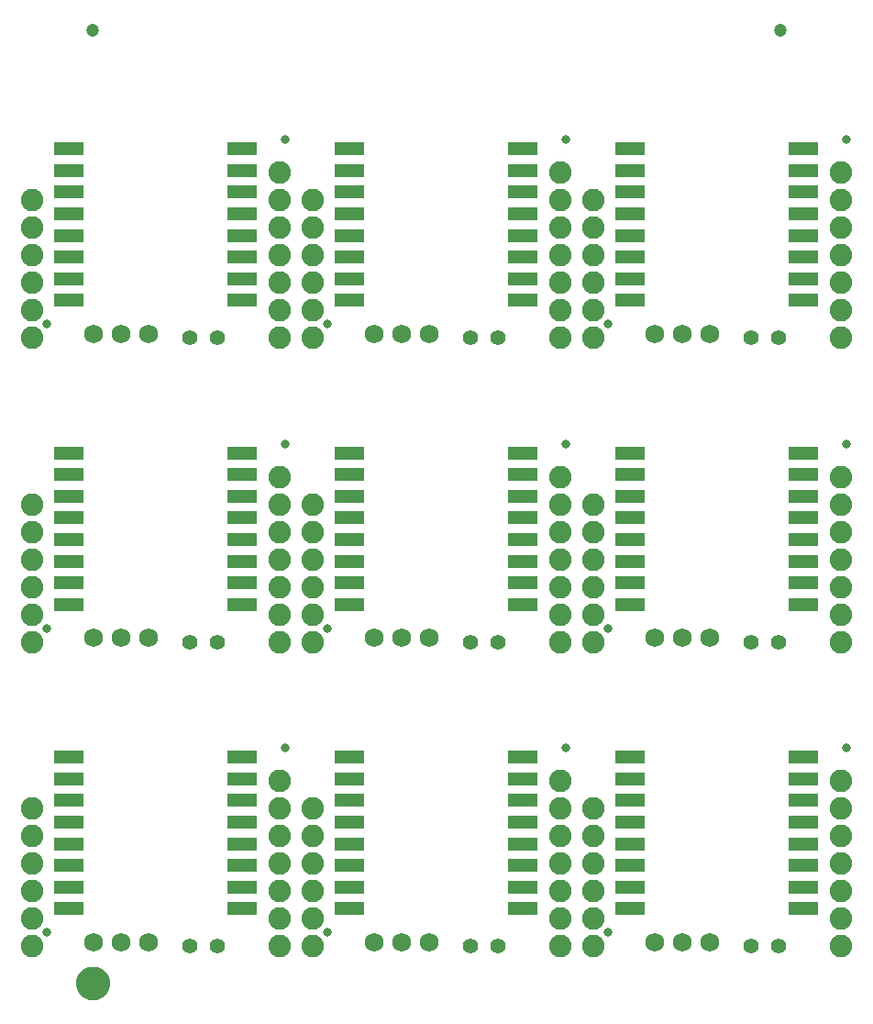
<source format=gbs>
G75*
%MOIN*%
%OFA0B0*%
%FSLAX25Y25*%
%IPPOS*%
%LPD*%
%AMOC8*
5,1,8,0,0,1.08239X$1,22.5*
%
%ADD10R,0.11036X0.05131*%
%ADD11C,0.08200*%
%ADD12C,0.05524*%
%ADD13C,0.06800*%
%ADD14C,0.03300*%
%ADD15C,0.04737*%
%ADD16C,0.05000*%
%ADD17C,0.06706*%
D10*
X0047254Y0047411D03*
X0047254Y0055285D03*
X0047254Y0063159D03*
X0047254Y0071033D03*
X0047254Y0078907D03*
X0047254Y0086781D03*
X0047254Y0094656D03*
X0047254Y0102530D03*
X0047254Y0157911D03*
X0047254Y0165785D03*
X0047254Y0173659D03*
X0047254Y0181533D03*
X0047254Y0189407D03*
X0047254Y0197281D03*
X0047254Y0205156D03*
X0047254Y0213030D03*
X0047254Y0268411D03*
X0047254Y0276285D03*
X0047254Y0284159D03*
X0047254Y0292033D03*
X0047254Y0299907D03*
X0047254Y0307781D03*
X0047254Y0315656D03*
X0047254Y0323530D03*
X0110246Y0323530D03*
X0110246Y0315656D03*
X0110246Y0307781D03*
X0110246Y0299907D03*
X0110246Y0292033D03*
X0110246Y0284159D03*
X0110246Y0276285D03*
X0110246Y0268411D03*
X0149254Y0268411D03*
X0149254Y0276285D03*
X0149254Y0284159D03*
X0149254Y0292033D03*
X0149254Y0299907D03*
X0149254Y0307781D03*
X0149254Y0315656D03*
X0149254Y0323530D03*
X0212246Y0323530D03*
X0212246Y0315656D03*
X0212246Y0307781D03*
X0212246Y0299907D03*
X0212246Y0292033D03*
X0212246Y0284159D03*
X0212246Y0276285D03*
X0212246Y0268411D03*
X0251254Y0268411D03*
X0251254Y0276285D03*
X0251254Y0284159D03*
X0251254Y0292033D03*
X0251254Y0299907D03*
X0251254Y0307781D03*
X0251254Y0315656D03*
X0251254Y0323530D03*
X0314246Y0323530D03*
X0314246Y0315656D03*
X0314246Y0307781D03*
X0314246Y0299907D03*
X0314246Y0292033D03*
X0314246Y0284159D03*
X0314246Y0276285D03*
X0314246Y0268411D03*
X0314246Y0213030D03*
X0314246Y0205156D03*
X0314246Y0197281D03*
X0314246Y0189407D03*
X0314246Y0181533D03*
X0314246Y0173659D03*
X0314246Y0165785D03*
X0314246Y0157911D03*
X0314246Y0102530D03*
X0314246Y0094656D03*
X0314246Y0086781D03*
X0314246Y0078907D03*
X0314246Y0071033D03*
X0314246Y0063159D03*
X0314246Y0055285D03*
X0314246Y0047411D03*
X0251254Y0047411D03*
X0251254Y0055285D03*
X0251254Y0063159D03*
X0251254Y0071033D03*
X0251254Y0078907D03*
X0251254Y0086781D03*
X0251254Y0094656D03*
X0251254Y0102530D03*
X0212246Y0102530D03*
X0212246Y0094656D03*
X0212246Y0086781D03*
X0212246Y0078907D03*
X0212246Y0071033D03*
X0212246Y0063159D03*
X0212246Y0055285D03*
X0212246Y0047411D03*
X0149254Y0047411D03*
X0149254Y0055285D03*
X0149254Y0063159D03*
X0149254Y0071033D03*
X0149254Y0078907D03*
X0149254Y0086781D03*
X0149254Y0094656D03*
X0149254Y0102530D03*
X0110246Y0102530D03*
X0110246Y0094656D03*
X0110246Y0086781D03*
X0110246Y0078907D03*
X0110246Y0071033D03*
X0110246Y0063159D03*
X0110246Y0055285D03*
X0110246Y0047411D03*
X0110246Y0157911D03*
X0110246Y0165785D03*
X0110246Y0173659D03*
X0110246Y0181533D03*
X0110246Y0189407D03*
X0110246Y0197281D03*
X0110246Y0205156D03*
X0110246Y0213030D03*
X0149254Y0213030D03*
X0149254Y0205156D03*
X0149254Y0197281D03*
X0149254Y0189407D03*
X0149254Y0181533D03*
X0149254Y0173659D03*
X0149254Y0165785D03*
X0149254Y0157911D03*
X0212246Y0157911D03*
X0212246Y0165785D03*
X0212246Y0173659D03*
X0212246Y0181533D03*
X0212246Y0189407D03*
X0212246Y0197281D03*
X0212246Y0205156D03*
X0212246Y0213030D03*
X0251254Y0213030D03*
X0251254Y0205156D03*
X0251254Y0197281D03*
X0251254Y0189407D03*
X0251254Y0181533D03*
X0251254Y0173659D03*
X0251254Y0165785D03*
X0251254Y0157911D03*
D11*
X0033750Y0033750D03*
X0033750Y0043750D03*
X0033750Y0053750D03*
X0033750Y0063750D03*
X0033750Y0073750D03*
X0033750Y0083750D03*
X0033750Y0144250D03*
X0033750Y0154250D03*
X0033750Y0164250D03*
X0033750Y0174250D03*
X0033750Y0184250D03*
X0033750Y0194250D03*
X0033750Y0254750D03*
X0033750Y0264750D03*
X0033750Y0274750D03*
X0033750Y0284750D03*
X0033750Y0294750D03*
X0033750Y0304750D03*
X0123750Y0304750D03*
X0123750Y0294750D03*
X0123750Y0284750D03*
X0123750Y0274750D03*
X0123750Y0264750D03*
X0123750Y0254750D03*
X0135750Y0254750D03*
X0135750Y0264750D03*
X0135750Y0274750D03*
X0135750Y0284750D03*
X0135750Y0294750D03*
X0135750Y0304750D03*
X0123750Y0314750D03*
X0225750Y0314750D03*
X0225750Y0304750D03*
X0225750Y0294750D03*
X0225750Y0284750D03*
X0225750Y0274750D03*
X0225750Y0264750D03*
X0225750Y0254750D03*
X0237750Y0254750D03*
X0237750Y0264750D03*
X0237750Y0274750D03*
X0237750Y0284750D03*
X0237750Y0294750D03*
X0237750Y0304750D03*
X0327750Y0304750D03*
X0327750Y0294750D03*
X0327750Y0284750D03*
X0327750Y0274750D03*
X0327750Y0264750D03*
X0327750Y0254750D03*
X0327750Y0204250D03*
X0327750Y0194250D03*
X0327750Y0184250D03*
X0327750Y0174250D03*
X0327750Y0164250D03*
X0327750Y0154250D03*
X0327750Y0144250D03*
X0327750Y0093750D03*
X0327750Y0083750D03*
X0327750Y0073750D03*
X0327750Y0063750D03*
X0327750Y0053750D03*
X0327750Y0043750D03*
X0327750Y0033750D03*
X0237750Y0033750D03*
X0237750Y0043750D03*
X0237750Y0053750D03*
X0237750Y0063750D03*
X0237750Y0073750D03*
X0237750Y0083750D03*
X0225750Y0083750D03*
X0225750Y0073750D03*
X0225750Y0063750D03*
X0225750Y0053750D03*
X0225750Y0043750D03*
X0225750Y0033750D03*
X0225750Y0093750D03*
X0225750Y0144250D03*
X0225750Y0154250D03*
X0225750Y0164250D03*
X0225750Y0174250D03*
X0225750Y0184250D03*
X0225750Y0194250D03*
X0225750Y0204250D03*
X0237750Y0194250D03*
X0237750Y0184250D03*
X0237750Y0174250D03*
X0237750Y0164250D03*
X0237750Y0154250D03*
X0237750Y0144250D03*
X0135750Y0144250D03*
X0135750Y0154250D03*
X0135750Y0164250D03*
X0135750Y0174250D03*
X0135750Y0184250D03*
X0135750Y0194250D03*
X0123750Y0194250D03*
X0123750Y0184250D03*
X0123750Y0174250D03*
X0123750Y0164250D03*
X0123750Y0154250D03*
X0123750Y0144250D03*
X0123750Y0093750D03*
X0123750Y0083750D03*
X0123750Y0073750D03*
X0123750Y0063750D03*
X0123750Y0053750D03*
X0123750Y0043750D03*
X0123750Y0033750D03*
X0135750Y0033750D03*
X0135750Y0043750D03*
X0135750Y0053750D03*
X0135750Y0063750D03*
X0135750Y0073750D03*
X0135750Y0083750D03*
X0123750Y0204250D03*
X0327750Y0314750D03*
D12*
X0305250Y0254750D03*
X0295250Y0254750D03*
X0203250Y0254750D03*
X0193250Y0254750D03*
X0101250Y0254750D03*
X0091250Y0254750D03*
X0091250Y0144250D03*
X0101250Y0144250D03*
X0193250Y0144250D03*
X0203250Y0144250D03*
X0295250Y0144250D03*
X0305250Y0144250D03*
X0305250Y0033750D03*
X0295250Y0033750D03*
X0203250Y0033750D03*
X0193250Y0033750D03*
X0101250Y0033750D03*
X0091250Y0033750D03*
D13*
X0076250Y0035250D03*
X0066250Y0035250D03*
X0056250Y0035250D03*
X0158250Y0035250D03*
X0168250Y0035250D03*
X0178250Y0035250D03*
X0260250Y0035250D03*
X0270250Y0035250D03*
X0280250Y0035250D03*
X0280250Y0145750D03*
X0270250Y0145750D03*
X0260250Y0145750D03*
X0178250Y0145750D03*
X0168250Y0145750D03*
X0158250Y0145750D03*
X0076250Y0145750D03*
X0066250Y0145750D03*
X0056250Y0145750D03*
X0056250Y0256250D03*
X0066250Y0256250D03*
X0076250Y0256250D03*
X0158250Y0256250D03*
X0168250Y0256250D03*
X0178250Y0256250D03*
X0260250Y0256250D03*
X0270250Y0256250D03*
X0280250Y0256250D03*
D14*
X0243250Y0259750D03*
X0227750Y0216250D03*
X0243250Y0149250D03*
X0227750Y0105750D03*
X0243250Y0038750D03*
X0329750Y0105750D03*
X0329750Y0216250D03*
X0329750Y0326750D03*
X0227750Y0326750D03*
X0141250Y0259750D03*
X0125750Y0216250D03*
X0141250Y0149250D03*
X0125750Y0105750D03*
X0141250Y0038750D03*
X0039250Y0038750D03*
X0039250Y0149250D03*
X0039250Y0259750D03*
X0125750Y0326750D03*
D15*
X0055750Y0366500D03*
X0305750Y0366500D03*
D16*
X0052185Y0020500D02*
X0052187Y0020619D01*
X0052193Y0020738D01*
X0052203Y0020857D01*
X0052217Y0020975D01*
X0052235Y0021093D01*
X0052256Y0021210D01*
X0052282Y0021326D01*
X0052312Y0021442D01*
X0052345Y0021556D01*
X0052382Y0021669D01*
X0052423Y0021781D01*
X0052468Y0021892D01*
X0052516Y0022001D01*
X0052568Y0022108D01*
X0052624Y0022213D01*
X0052683Y0022317D01*
X0052745Y0022418D01*
X0052811Y0022518D01*
X0052880Y0022615D01*
X0052952Y0022709D01*
X0053028Y0022802D01*
X0053106Y0022891D01*
X0053187Y0022978D01*
X0053272Y0023063D01*
X0053359Y0023144D01*
X0053448Y0023222D01*
X0053541Y0023298D01*
X0053635Y0023370D01*
X0053732Y0023439D01*
X0053832Y0023505D01*
X0053933Y0023567D01*
X0054037Y0023626D01*
X0054142Y0023682D01*
X0054249Y0023734D01*
X0054358Y0023782D01*
X0054469Y0023827D01*
X0054581Y0023868D01*
X0054694Y0023905D01*
X0054808Y0023938D01*
X0054924Y0023968D01*
X0055040Y0023994D01*
X0055157Y0024015D01*
X0055275Y0024033D01*
X0055393Y0024047D01*
X0055512Y0024057D01*
X0055631Y0024063D01*
X0055750Y0024065D01*
X0055869Y0024063D01*
X0055988Y0024057D01*
X0056107Y0024047D01*
X0056225Y0024033D01*
X0056343Y0024015D01*
X0056460Y0023994D01*
X0056576Y0023968D01*
X0056692Y0023938D01*
X0056806Y0023905D01*
X0056919Y0023868D01*
X0057031Y0023827D01*
X0057142Y0023782D01*
X0057251Y0023734D01*
X0057358Y0023682D01*
X0057463Y0023626D01*
X0057567Y0023567D01*
X0057668Y0023505D01*
X0057768Y0023439D01*
X0057865Y0023370D01*
X0057959Y0023298D01*
X0058052Y0023222D01*
X0058141Y0023144D01*
X0058228Y0023063D01*
X0058313Y0022978D01*
X0058394Y0022891D01*
X0058472Y0022802D01*
X0058548Y0022709D01*
X0058620Y0022615D01*
X0058689Y0022518D01*
X0058755Y0022418D01*
X0058817Y0022317D01*
X0058876Y0022213D01*
X0058932Y0022108D01*
X0058984Y0022001D01*
X0059032Y0021892D01*
X0059077Y0021781D01*
X0059118Y0021669D01*
X0059155Y0021556D01*
X0059188Y0021442D01*
X0059218Y0021326D01*
X0059244Y0021210D01*
X0059265Y0021093D01*
X0059283Y0020975D01*
X0059297Y0020857D01*
X0059307Y0020738D01*
X0059313Y0020619D01*
X0059315Y0020500D01*
X0059313Y0020381D01*
X0059307Y0020262D01*
X0059297Y0020143D01*
X0059283Y0020025D01*
X0059265Y0019907D01*
X0059244Y0019790D01*
X0059218Y0019674D01*
X0059188Y0019558D01*
X0059155Y0019444D01*
X0059118Y0019331D01*
X0059077Y0019219D01*
X0059032Y0019108D01*
X0058984Y0018999D01*
X0058932Y0018892D01*
X0058876Y0018787D01*
X0058817Y0018683D01*
X0058755Y0018582D01*
X0058689Y0018482D01*
X0058620Y0018385D01*
X0058548Y0018291D01*
X0058472Y0018198D01*
X0058394Y0018109D01*
X0058313Y0018022D01*
X0058228Y0017937D01*
X0058141Y0017856D01*
X0058052Y0017778D01*
X0057959Y0017702D01*
X0057865Y0017630D01*
X0057768Y0017561D01*
X0057668Y0017495D01*
X0057567Y0017433D01*
X0057463Y0017374D01*
X0057358Y0017318D01*
X0057251Y0017266D01*
X0057142Y0017218D01*
X0057031Y0017173D01*
X0056919Y0017132D01*
X0056806Y0017095D01*
X0056692Y0017062D01*
X0056576Y0017032D01*
X0056460Y0017006D01*
X0056343Y0016985D01*
X0056225Y0016967D01*
X0056107Y0016953D01*
X0055988Y0016943D01*
X0055869Y0016937D01*
X0055750Y0016935D01*
X0055631Y0016937D01*
X0055512Y0016943D01*
X0055393Y0016953D01*
X0055275Y0016967D01*
X0055157Y0016985D01*
X0055040Y0017006D01*
X0054924Y0017032D01*
X0054808Y0017062D01*
X0054694Y0017095D01*
X0054581Y0017132D01*
X0054469Y0017173D01*
X0054358Y0017218D01*
X0054249Y0017266D01*
X0054142Y0017318D01*
X0054037Y0017374D01*
X0053933Y0017433D01*
X0053832Y0017495D01*
X0053732Y0017561D01*
X0053635Y0017630D01*
X0053541Y0017702D01*
X0053448Y0017778D01*
X0053359Y0017856D01*
X0053272Y0017937D01*
X0053187Y0018022D01*
X0053106Y0018109D01*
X0053028Y0018198D01*
X0052952Y0018291D01*
X0052880Y0018385D01*
X0052811Y0018482D01*
X0052745Y0018582D01*
X0052683Y0018683D01*
X0052624Y0018787D01*
X0052568Y0018892D01*
X0052516Y0018999D01*
X0052468Y0019108D01*
X0052423Y0019219D01*
X0052382Y0019331D01*
X0052345Y0019444D01*
X0052312Y0019558D01*
X0052282Y0019674D01*
X0052256Y0019790D01*
X0052235Y0019907D01*
X0052217Y0020025D01*
X0052203Y0020143D01*
X0052193Y0020262D01*
X0052187Y0020381D01*
X0052185Y0020500D01*
D17*
X0055750Y0020500D03*
M02*

</source>
